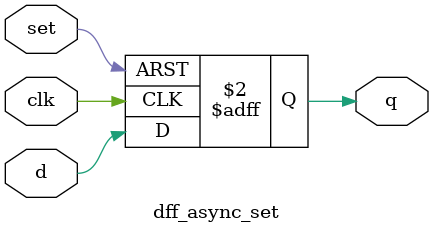
<source format=v>
`default_nettype none
`ifdef TIMESCALE
`timescale 1ns/1ps
`endif
module dff_async_set (
    input		clk,
    input		set,	// active high
    input		d,

    output reg		q
);

    always @ (posedge clk or posedge set) begin
        if (set) begin
            q <= 1'b1;		// set
        end else begin
            q <= d;
        end
    end

endmodule

</source>
